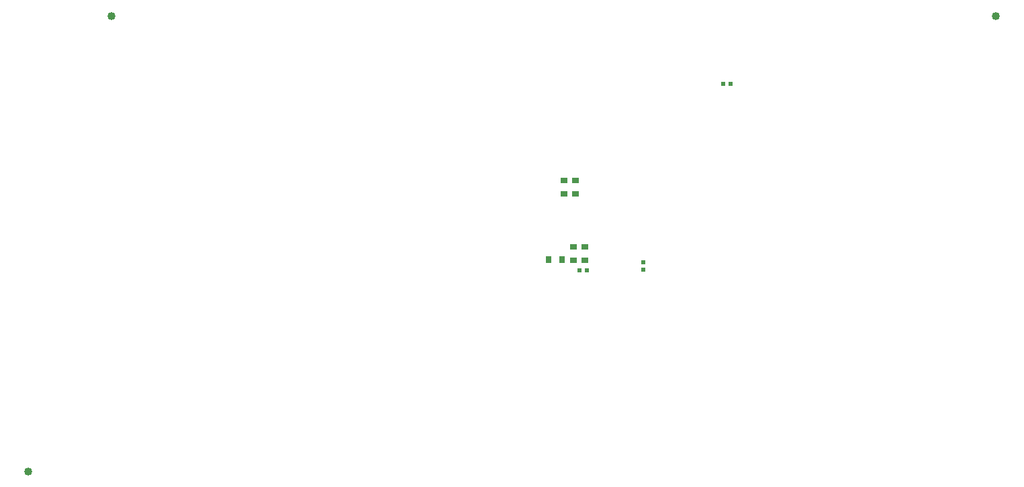
<source format=gbp>
G04 Layer_Color=128*
%FSTAX24Y24*%
%MOIN*%
G70*
G01*
G75*
%ADD14R,0.0256X0.0335*%
%ADD15R,0.0335X0.0256*%
%ADD18R,0.0201X0.0217*%
%ADD20R,0.0217X0.0201*%
%ADD22C,0.0400*%
D14*
X415948Y345545D02*
D03*
X415279D02*
D03*
D15*
X417109Y346178D02*
D03*
Y345508D02*
D03*
X416519Y346178D02*
D03*
Y345508D02*
D03*
X416637Y348833D02*
D03*
Y349502D02*
D03*
X416046Y348833D02*
D03*
Y349502D02*
D03*
D18*
X41998Y345407D02*
D03*
Y345053D02*
D03*
D20*
X423973Y35429D02*
D03*
X424327D02*
D03*
X416843Y34503D02*
D03*
X417197D02*
D03*
D22*
X389472Y335033D02*
D03*
X437503Y357671D02*
D03*
X393605D02*
D03*
M02*

</source>
